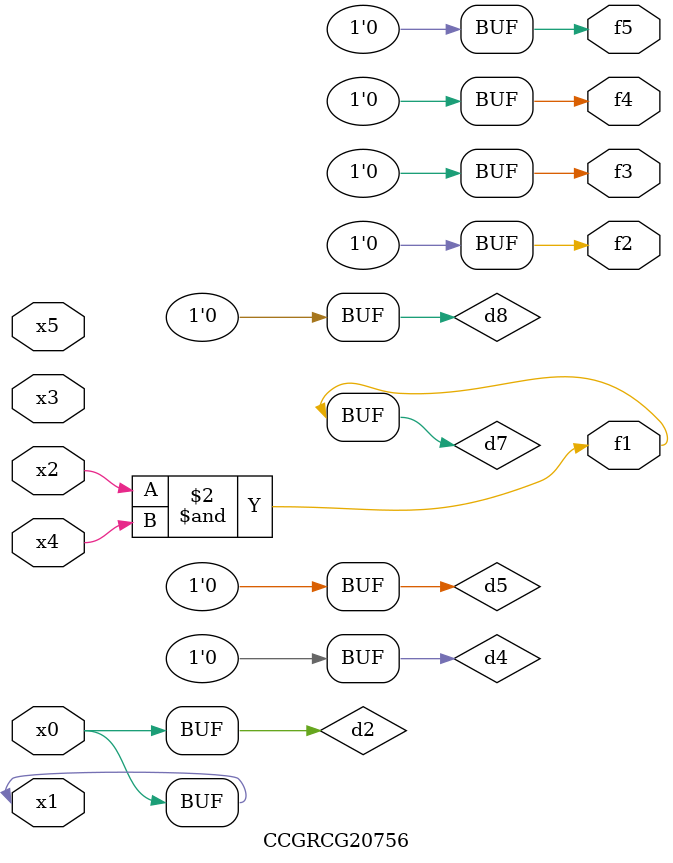
<source format=v>
module CCGRCG20756(
	input x0, x1, x2, x3, x4, x5,
	output f1, f2, f3, f4, f5
);

	wire d1, d2, d3, d4, d5, d6, d7, d8, d9;

	nand (d1, x1);
	buf (d2, x0, x1);
	nand (d3, x2, x4);
	and (d4, d1, d2);
	and (d5, d1, d2);
	nand (d6, d1, d3);
	not (d7, d3);
	xor (d8, d5);
	nor (d9, d5, d6);
	assign f1 = d7;
	assign f2 = d8;
	assign f3 = d8;
	assign f4 = d8;
	assign f5 = d8;
endmodule

</source>
